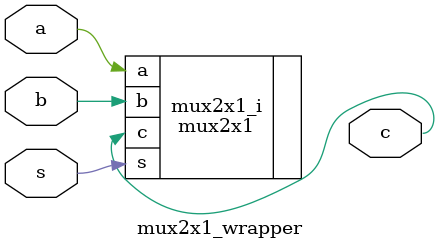
<source format=v>
`timescale 1 ps / 1 ps

module mux2x1_wrapper
   (a,
    b,
    c,
    s);
  input a;
  input b;
  output [0:0]c;
  input s;

  wire a;
  wire b;
  wire [0:0]c;
  wire s;

  mux2x1 mux2x1_i
       (.a(a),
        .b(b),
        .c(c),
        .s(s));
endmodule

</source>
